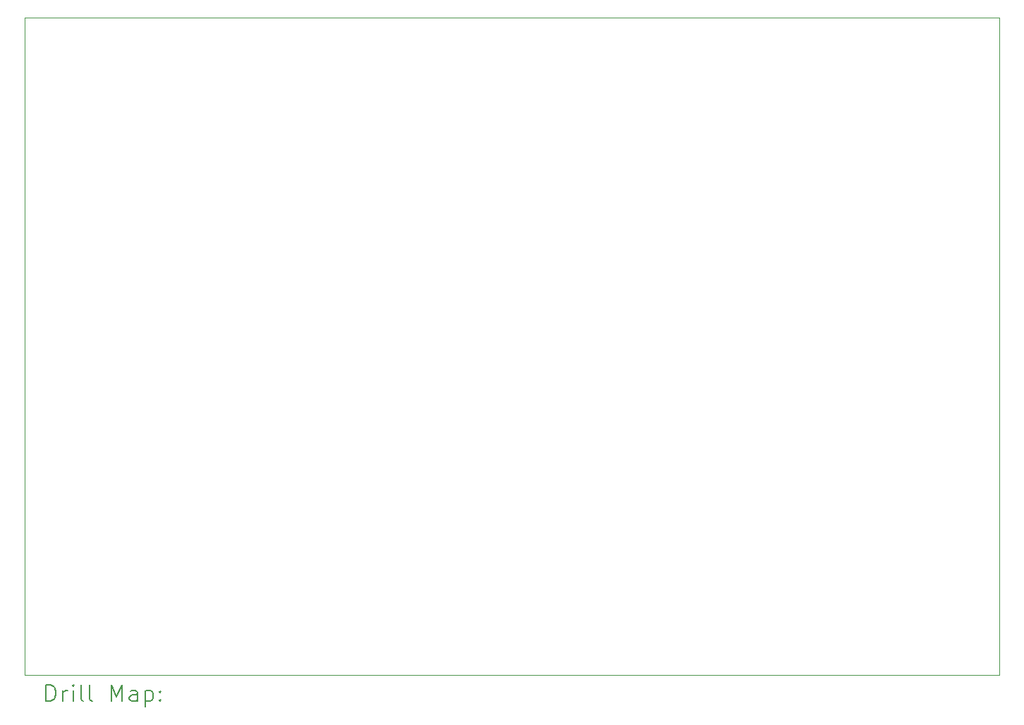
<source format=gbr>
%TF.GenerationSoftware,KiCad,Pcbnew,7.0.7*%
%TF.CreationDate,2024-05-31T20:09:08-04:00*%
%TF.ProjectId,HVHF_IIB,48564846-5f49-4494-922e-6b696361645f,rev?*%
%TF.SameCoordinates,Original*%
%TF.FileFunction,Drillmap*%
%TF.FilePolarity,Positive*%
%FSLAX45Y45*%
G04 Gerber Fmt 4.5, Leading zero omitted, Abs format (unit mm)*
G04 Created by KiCad (PCBNEW 7.0.7) date 2024-05-31 20:09:08*
%MOMM*%
%LPD*%
G01*
G04 APERTURE LIST*
%ADD10C,0.100000*%
%ADD11C,0.200000*%
G04 APERTURE END LIST*
D10*
X22400000Y-14200000D02*
X10700000Y-14200000D01*
X10700000Y-6300000D01*
X22400000Y-6300000D01*
X22400000Y-14200000D01*
D11*
X10955777Y-14516484D02*
X10955777Y-14316484D01*
X10955777Y-14316484D02*
X11003396Y-14316484D01*
X11003396Y-14316484D02*
X11031967Y-14326008D01*
X11031967Y-14326008D02*
X11051015Y-14345055D01*
X11051015Y-14345055D02*
X11060539Y-14364103D01*
X11060539Y-14364103D02*
X11070063Y-14402198D01*
X11070063Y-14402198D02*
X11070063Y-14430769D01*
X11070063Y-14430769D02*
X11060539Y-14468865D01*
X11060539Y-14468865D02*
X11051015Y-14487912D01*
X11051015Y-14487912D02*
X11031967Y-14506960D01*
X11031967Y-14506960D02*
X11003396Y-14516484D01*
X11003396Y-14516484D02*
X10955777Y-14516484D01*
X11155777Y-14516484D02*
X11155777Y-14383150D01*
X11155777Y-14421246D02*
X11165301Y-14402198D01*
X11165301Y-14402198D02*
X11174824Y-14392674D01*
X11174824Y-14392674D02*
X11193872Y-14383150D01*
X11193872Y-14383150D02*
X11212920Y-14383150D01*
X11279586Y-14516484D02*
X11279586Y-14383150D01*
X11279586Y-14316484D02*
X11270062Y-14326008D01*
X11270062Y-14326008D02*
X11279586Y-14335531D01*
X11279586Y-14335531D02*
X11289110Y-14326008D01*
X11289110Y-14326008D02*
X11279586Y-14316484D01*
X11279586Y-14316484D02*
X11279586Y-14335531D01*
X11403396Y-14516484D02*
X11384348Y-14506960D01*
X11384348Y-14506960D02*
X11374824Y-14487912D01*
X11374824Y-14487912D02*
X11374824Y-14316484D01*
X11508158Y-14516484D02*
X11489110Y-14506960D01*
X11489110Y-14506960D02*
X11479586Y-14487912D01*
X11479586Y-14487912D02*
X11479586Y-14316484D01*
X11736729Y-14516484D02*
X11736729Y-14316484D01*
X11736729Y-14316484D02*
X11803396Y-14459341D01*
X11803396Y-14459341D02*
X11870062Y-14316484D01*
X11870062Y-14316484D02*
X11870062Y-14516484D01*
X12051015Y-14516484D02*
X12051015Y-14411722D01*
X12051015Y-14411722D02*
X12041491Y-14392674D01*
X12041491Y-14392674D02*
X12022443Y-14383150D01*
X12022443Y-14383150D02*
X11984348Y-14383150D01*
X11984348Y-14383150D02*
X11965301Y-14392674D01*
X12051015Y-14506960D02*
X12031967Y-14516484D01*
X12031967Y-14516484D02*
X11984348Y-14516484D01*
X11984348Y-14516484D02*
X11965301Y-14506960D01*
X11965301Y-14506960D02*
X11955777Y-14487912D01*
X11955777Y-14487912D02*
X11955777Y-14468865D01*
X11955777Y-14468865D02*
X11965301Y-14449817D01*
X11965301Y-14449817D02*
X11984348Y-14440293D01*
X11984348Y-14440293D02*
X12031967Y-14440293D01*
X12031967Y-14440293D02*
X12051015Y-14430769D01*
X12146253Y-14383150D02*
X12146253Y-14583150D01*
X12146253Y-14392674D02*
X12165301Y-14383150D01*
X12165301Y-14383150D02*
X12203396Y-14383150D01*
X12203396Y-14383150D02*
X12222443Y-14392674D01*
X12222443Y-14392674D02*
X12231967Y-14402198D01*
X12231967Y-14402198D02*
X12241491Y-14421246D01*
X12241491Y-14421246D02*
X12241491Y-14478388D01*
X12241491Y-14478388D02*
X12231967Y-14497436D01*
X12231967Y-14497436D02*
X12222443Y-14506960D01*
X12222443Y-14506960D02*
X12203396Y-14516484D01*
X12203396Y-14516484D02*
X12165301Y-14516484D01*
X12165301Y-14516484D02*
X12146253Y-14506960D01*
X12327205Y-14497436D02*
X12336729Y-14506960D01*
X12336729Y-14506960D02*
X12327205Y-14516484D01*
X12327205Y-14516484D02*
X12317682Y-14506960D01*
X12317682Y-14506960D02*
X12327205Y-14497436D01*
X12327205Y-14497436D02*
X12327205Y-14516484D01*
X12327205Y-14392674D02*
X12336729Y-14402198D01*
X12336729Y-14402198D02*
X12327205Y-14411722D01*
X12327205Y-14411722D02*
X12317682Y-14402198D01*
X12317682Y-14402198D02*
X12327205Y-14392674D01*
X12327205Y-14392674D02*
X12327205Y-14411722D01*
M02*

</source>
